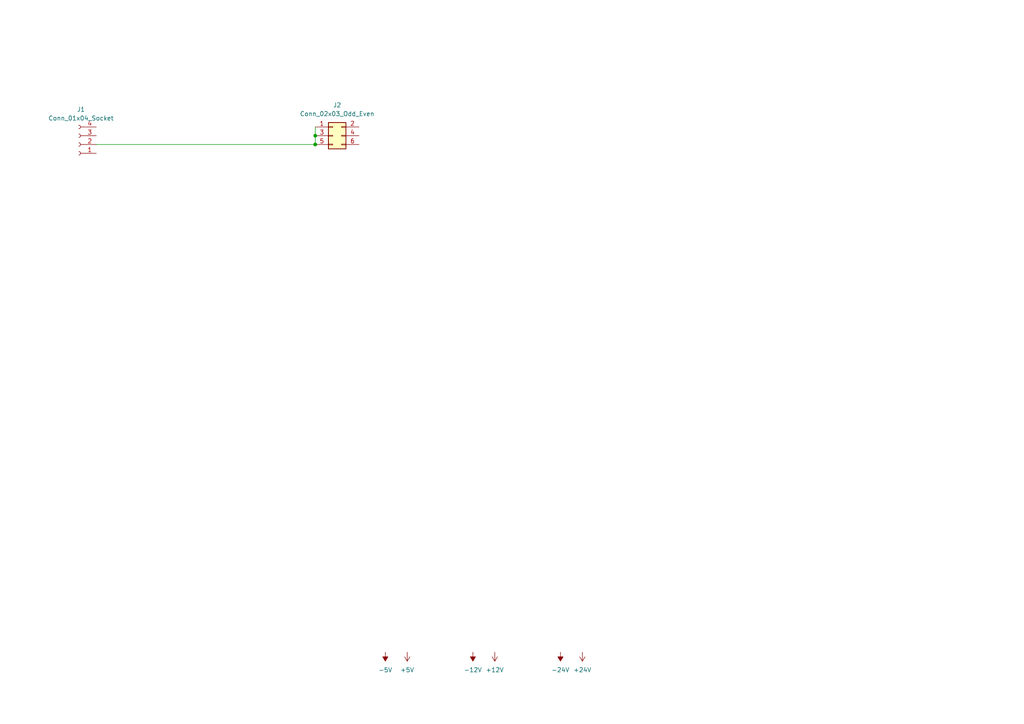
<source format=kicad_sch>
(kicad_sch (version 20231120) (generator "eeschema") (generator_version "8.0")
  (paper "A4")
  (title_block (title "klipper-switch, connectors"))
  (lib_symbols
    (symbol "Connector:Conn_01x04_Socket" (pin_names (offset 1.016) hide)
      (property "Reference" "J" (at 0 5.08 0))
      (property "Value" "Conn_01x04_Socket" (at 0 -7.62 0))
      (symbol "Conn_01x04_Socket_1_1"
        (arc (start 0 -4.572) (mid -0.5058 -5.08) (end 0 -5.588) (stroke (width 0.1524)))
        (arc (start 0 -2.032) (mid -0.5058 -2.54) (end 0 -3.048) (stroke (width 0.1524)))
        (polyline (pts (xy -1.27 -5.08) (xy -0.508 -5.08)) (stroke (width 0.1524)))
        (polyline (pts (xy -1.27 -2.54) (xy -0.508 -2.54)) (stroke (width 0.1524)))
        (polyline (pts (xy -1.27 0) (xy -0.508 0)) (stroke (width 0.1524)))
        (polyline (pts (xy -1.27 2.54) (xy -0.508 2.54)) (stroke (width 0.1524)))
        (arc (start 0 0.508) (mid -0.5058 0) (end 0 -0.508) (stroke (width 0.1524)))
        (arc (start 0 3.048) (mid -0.5058 2.54) (end 0 2.032) (stroke (width 0.1524)))
        (pin passive line (at -5.08 2.54 0) (length 3.81) (name "Pin_1") (number "1"))
        (pin passive line (at -5.08 0 0) (length 3.81) (name "Pin_2") (number "2"))
        (pin passive line (at -5.08 -2.54 0) (length 3.81) (name "Pin_3") (number "3"))
        (pin passive line (at -5.08 -5.08 0) (length 3.81) (name "Pin_4") (number "4"))
      )
    )
    (symbol "Connector_Generic:Conn_02x03_Odd_Even" (pin_names (offset 1.016) hide)
      (property "Reference" "J" (at 1.27 5.08 0))
      (property "Value" "Conn_02x03_Odd_Even" (at 1.27 -5.08 0))
      (symbol "Conn_02x03_Odd_Even_1_1"
        (rectangle (start -1.27 -2.413) (end 0 -2.667) (stroke (width 0.1524)))
        (rectangle (start -1.27 0.127) (end 0 -0.127) (stroke (width 0.1524)))
        (rectangle (start -1.27 2.667) (end 0 2.413) (stroke (width 0.1524)))
        (rectangle (start -1.27 3.81) (end 3.81 -3.81) (stroke (width 0.254)) (fill (type background)))
        (rectangle (start 3.81 -2.413) (end 2.54 -2.667) (stroke (width 0.1524)))
        (rectangle (start 3.81 0.127) (end 2.54 -0.127) (stroke (width 0.1524)))
        (rectangle (start 3.81 2.667) (end 2.54 2.413) (stroke (width 0.1524)))
        (pin passive line (at -5.08 2.54 0) (length 3.81) (name "Pin_1") (number "1"))
        (pin passive line (at 7.62 2.54 180) (length 3.81) (name "Pin_2") (number "2"))
        (pin passive line (at -5.08 0 0) (length 3.81) (name "Pin_3") (number "3"))
        (pin passive line (at 7.62 0 180) (length 3.81) (name "Pin_4") (number "4"))
        (pin passive line (at -5.08 -2.54 0) (length 3.81) (name "Pin_5") (number "5"))
        (pin passive line (at 7.62 -2.54 180) (length 3.81) (name "Pin_6") (number "6"))
      )
    )
    (symbol "power:+12V" (power) (pin_numbers hide) (pin_names (offset 0) hide)
      (property "Value" "+12V" (at 0 3.556 0))
      (symbol "+12V_0_1"
        (polyline (pts (xy -0.762 1.27) (xy 0 2.54)))
        (polyline (pts (xy 0 0) (xy 0 2.54)))
        (polyline (pts (xy 0 2.54) (xy 0.762 1.27)))
      )
      (symbol "+12V_1_1"
        (pin power_in line (at 0 0 90) (length 0) (name "~") (number "1"))
      )
    )
    (symbol "power:+24V" (power) (pin_numbers hide) (pin_names (offset 0) hide)
      (property "Value" "+24V" (at 0 3.556 0))
      (symbol "+24V_0_1"
        (polyline (pts (xy -0.762 1.27) (xy 0 2.54)))
        (polyline (pts (xy 0 0) (xy 0 2.54)))
        (polyline (pts (xy 0 2.54) (xy 0.762 1.27)))
      )
      (symbol "+24V_1_1"
        (pin power_in line (at 0 0 90) (length 0) (name "~") (number "1"))
      )
    )
    (symbol "power:+5V" (power) (pin_numbers hide) (pin_names (offset 0) hide)
      (property "Value" "+5V" (at 0 3.556 0))
      (symbol "+5V_0_1"
        (polyline (pts (xy -0.762 1.27) (xy 0 2.54)))
        (polyline (pts (xy 0 0) (xy 0 2.54)))
        (polyline (pts (xy 0 2.54) (xy 0.762 1.27)))
      )
      (symbol "+5V_1_1"
        (pin power_in line (at 0 0 90) (length 0) (name "~") (number "1"))
      )
    )
    (symbol "power:-12V" (power) (pin_numbers hide) (pin_names (offset 0) hide)
      (property "Value" "-12V" (at 0 3.556 0))
      (symbol "-12V_0_0"
        (pin power_in line (at 0 0 90) (length 0) (name "~") (number "1"))
      )
      (symbol "-12V_0_1"
        (polyline (pts (xy 0 0) (xy 0 1.27) (xy 0.762 1.27) (xy 0 2.54) (xy -0.762 1.27) (xy 0 1.27)) (fill (type outline)))
      )
    )
    (symbol "power:-24V" (power) (pin_numbers hide) (pin_names (offset 0) hide)
      (property "Value" "-24V" (at 0 3.556 0))
      (symbol "-24V_0_0"
        (pin power_in line (at 0 0 90) (length 0) (name "~") (number "1"))
      )
      (symbol "-24V_0_1"
        (polyline (pts (xy 0 0) (xy 0 1.27) (xy 0.762 1.27) (xy 0 2.54) (xy -0.762 1.27) (xy 0 1.27)) (fill (type outline)))
      )
    )
    (symbol "power:-5V" (power) (pin_numbers hide) (pin_names (offset 0) hide)
      (property "Value" "-5V" (at 0 3.556 0))
      (symbol "-5V_0_0"
        (pin power_in line (at 0 0 90) (length 0) (name "~") (number "1"))
      )
      (symbol "-5V_0_1"
        (polyline (pts (xy 0 0) (xy 0 1.27) (xy 0.762 1.27) (xy 0 2.54) (xy -0.762 1.27) (xy 0 1.27)) (fill (type outline)))
      )
    )
  )
  (junction (at 91.44 39.37))
  (junction (at 91.44 41.91))
  (wire (pts (xy 91.44 36.83) (xy 91.44 39.37)))
  (wire (pts (xy 91.44 39.37) (xy 91.44 41.91)))
  (wire (pts (xy 27.94 41.91) (xy 91.44 41.91)))
  (symbol (lib_id "power:+24V") (at 168.91 189.23 180) (unit 1)
    (property "Reference" "#PWR07" (effects (hide yes)))
    (property "Value" "+24V" (at 168.91 194.31 0))
    (property "Description" "Power symbol creates a global label with name \"+24V\"" (effects (hide yes)))
  )
  (symbol (lib_id "power:-12V") (at 137.16 189.23 180) (unit 1)
    (property "Reference" "#PWR04" (effects (hide yes)))
    (property "Value" "-12V" (at 137.16 194.31 0))
    (property "Description" "Power symbol creates a global label with name \"-12V\"" (effects (hide yes)))
  )
  (symbol (lib_id "Connector:Conn_01x04_Socket") (at 22.86 41.91 180) (unit 1)
    (property "Reference" "J1" (at 23.495 31.75 0))
    (property "Value" "Conn_01x04_Socket" (at 23.495 34.29 0))
    (property "Description" "Generic connector, single row, 01x04, script generated" (effects (hide yes)))
  )
  (symbol (lib_id "power:+5V") (at 118.11 189.23 180) (unit 1)
    (property "Reference" "#PWR03" (effects (hide yes)))
    (property "Value" "+5V" (at 118.11 194.31 0))
    (property "Description" "Power symbol creates a global label with name \"+5V\"" (effects (hide yes)))
  )
  (symbol (lib_id "power:-24V") (at 162.56 189.23 180) (unit 1)
    (property "Reference" "#PWR06" (effects (hide yes)))
    (property "Value" "-24V" (at 162.56 194.31 0))
    (property "Description" "Power symbol creates a global label with name \"-24V\"" (effects (hide yes)))
  )
  (symbol (lib_id "Connector_Generic:Conn_02x03_Odd_Even") (at 96.52 39.37 0) (unit 1)
    (property "Reference" "J2" (at 97.79 30.48 0))
    (property "Value" "Conn_02x03_Odd_Even" (at 97.79 33.02 0))
    (property "Description" "Generic connector, double row, 02x03, odd/even pin numbering scheme (row 1 odd numbers, row 2 even numbers), script generated (kicad-library-utils/schlib/autogen/connector/)" (effects (hide yes)))
  )
  (symbol (lib_id "power:+12V") (at 143.51 189.23 180) (unit 1)
    (property "Reference" "#PWR05" (effects (hide yes)))
    (property "Value" "+12V" (at 143.51 194.31 0))
    (property "Description" "Power symbol creates a global label with name \"+12V\"" (effects (hide yes)))
  )
  (symbol (lib_id "power:-5V") (at 111.76 189.23 180) (unit 1)
    (property "Reference" "#PWR02" (effects (hide yes)))
    (property "Value" "-5V" (at 111.76 194.31 0))
    (property "Description" "Power symbol creates a global label with name \"-5V\"" (effects (hide yes)))
  )
)
</source>
